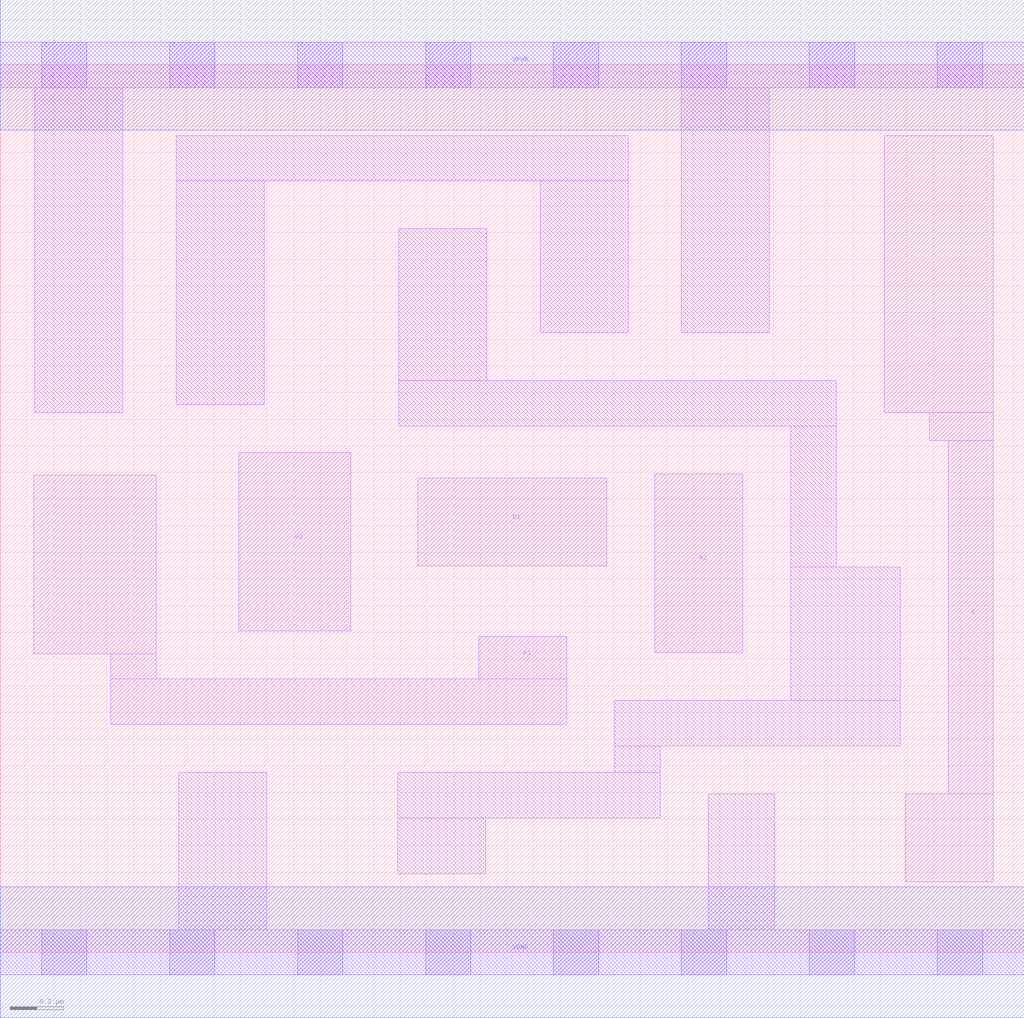
<source format=lef>
# Copyright 2020 The SkyWater PDK Authors
#
# Licensed under the Apache License, Version 2.0 (the "License");
# you may not use this file except in compliance with the License.
# You may obtain a copy of the License at
#
#     https://www.apache.org/licenses/LICENSE-2.0
#
# Unless required by applicable law or agreed to in writing, software
# distributed under the License is distributed on an "AS IS" BASIS,
# WITHOUT WARRANTIES OR CONDITIONS OF ANY KIND, either express or implied.
# See the License for the specific language governing permissions and
# limitations under the License.
#
# SPDX-License-Identifier: Apache-2.0

VERSION 5.7 ;
  NAMESCASESENSITIVE ON ;
  NOWIREEXTENSIONATPIN ON ;
  DIVIDERCHAR "/" ;
  BUSBITCHARS "[]" ;
UNITS
  DATABASE MICRONS 200 ;
END UNITS
MACRO sky130_fd_sc_lp__a22o_lp
  CLASS CORE ;
  SOURCE USER ;
  FOREIGN sky130_fd_sc_lp__a22o_lp ;
  ORIGIN  0.000000  0.000000 ;
  SIZE  3.840000 BY  3.330000 ;
  SYMMETRY X Y R90 ;
  SITE unit ;
  PIN A1
    ANTENNAGATEAREA  0.313000 ;
    DIRECTION INPUT ;
    USE SIGNAL ;
    PORT
      LAYER li1 ;
        RECT 0.125000 1.120000 0.585000 1.790000 ;
        RECT 0.415000 0.855000 2.125000 1.025000 ;
        RECT 0.415000 1.025000 0.585000 1.120000 ;
        RECT 1.795000 1.025000 2.125000 1.185000 ;
    END
  END A1
  PIN A2
    ANTENNAGATEAREA  0.313000 ;
    DIRECTION INPUT ;
    USE SIGNAL ;
    PORT
      LAYER li1 ;
        RECT 2.455000 1.125000 2.785000 1.795000 ;
    END
  END A2
  PIN B1
    ANTENNAGATEAREA  0.313000 ;
    DIRECTION INPUT ;
    USE SIGNAL ;
    PORT
      LAYER li1 ;
        RECT 1.565000 1.450000 2.275000 1.780000 ;
    END
  END B1
  PIN B2
    ANTENNAGATEAREA  0.313000 ;
    DIRECTION INPUT ;
    USE SIGNAL ;
    PORT
      LAYER li1 ;
        RECT 0.895000 1.205000 1.315000 1.875000 ;
    END
  END B2
  PIN X
    ANTENNADIFFAREA  0.404700 ;
    DIRECTION OUTPUT ;
    USE SIGNAL ;
    PORT
      LAYER li1 ;
        RECT 3.315000 2.025000 3.725000 3.065000 ;
        RECT 3.395000 0.265000 3.725000 0.595000 ;
        RECT 3.485000 1.920000 3.725000 2.025000 ;
        RECT 3.555000 0.595000 3.725000 1.920000 ;
    END
  END X
  PIN VGND
    DIRECTION INOUT ;
    USE GROUND ;
    PORT
      LAYER met1 ;
        RECT 0.000000 -0.245000 3.840000 0.245000 ;
    END
  END VGND
  PIN VPWR
    DIRECTION INOUT ;
    USE POWER ;
    PORT
      LAYER met1 ;
        RECT 0.000000 3.085000 3.840000 3.575000 ;
    END
  END VPWR
  OBS
    LAYER li1 ;
      RECT 0.000000 -0.085000 3.840000 0.085000 ;
      RECT 0.000000  3.245000 3.840000 3.415000 ;
      RECT 0.130000  2.025000 0.460000 3.245000 ;
      RECT 0.660000  2.055000 0.990000 2.895000 ;
      RECT 0.660000  2.895000 2.355000 3.065000 ;
      RECT 0.670000  0.085000 1.000000 0.675000 ;
      RECT 1.490000  0.295000 1.820000 0.505000 ;
      RECT 1.490000  0.505000 2.475000 0.675000 ;
      RECT 1.495000  1.975000 3.135000 2.145000 ;
      RECT 1.495000  2.145000 1.825000 2.715000 ;
      RECT 2.025000  2.325000 2.355000 2.895000 ;
      RECT 2.305000  0.675000 2.475000 0.775000 ;
      RECT 2.305000  0.775000 3.375000 0.945000 ;
      RECT 2.555000  2.325000 2.885000 3.245000 ;
      RECT 2.655000  0.085000 2.905000 0.595000 ;
      RECT 2.965000  0.945000 3.375000 1.445000 ;
      RECT 2.965000  1.445000 3.135000 1.975000 ;
    LAYER mcon ;
      RECT 0.155000 -0.085000 0.325000 0.085000 ;
      RECT 0.155000  3.245000 0.325000 3.415000 ;
      RECT 0.635000 -0.085000 0.805000 0.085000 ;
      RECT 0.635000  3.245000 0.805000 3.415000 ;
      RECT 1.115000 -0.085000 1.285000 0.085000 ;
      RECT 1.115000  3.245000 1.285000 3.415000 ;
      RECT 1.595000 -0.085000 1.765000 0.085000 ;
      RECT 1.595000  3.245000 1.765000 3.415000 ;
      RECT 2.075000 -0.085000 2.245000 0.085000 ;
      RECT 2.075000  3.245000 2.245000 3.415000 ;
      RECT 2.555000 -0.085000 2.725000 0.085000 ;
      RECT 2.555000  3.245000 2.725000 3.415000 ;
      RECT 3.035000 -0.085000 3.205000 0.085000 ;
      RECT 3.035000  3.245000 3.205000 3.415000 ;
      RECT 3.515000 -0.085000 3.685000 0.085000 ;
      RECT 3.515000  3.245000 3.685000 3.415000 ;
  END
END sky130_fd_sc_lp__a22o_lp
END LIBRARY

</source>
